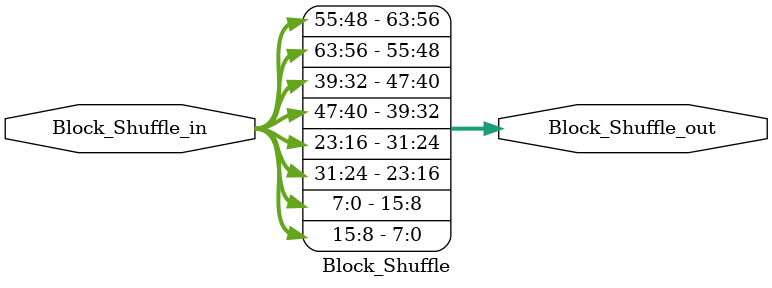
<source format=v>
`timescale 1ns / 1ps

module Block_Shuffle(
    input  [63:0] Block_Shuffle_in,
    output [63:0] Block_Shuffle_out
);



assign  Block_Shuffle_out[15:0]  = {Block_Shuffle_in[7:0] , Block_Shuffle_in[15:8]};
assign  Block_Shuffle_out[31:16] = {Block_Shuffle_in[23:16], Block_Shuffle_in[31:24]};
assign  Block_Shuffle_out[47:32] = {Block_Shuffle_in[39:32], Block_Shuffle_in[47:40]};
assign  Block_Shuffle_out[63:48] = {Block_Shuffle_in[55:48], Block_Shuffle_in[63:56]};





endmodule

</source>
